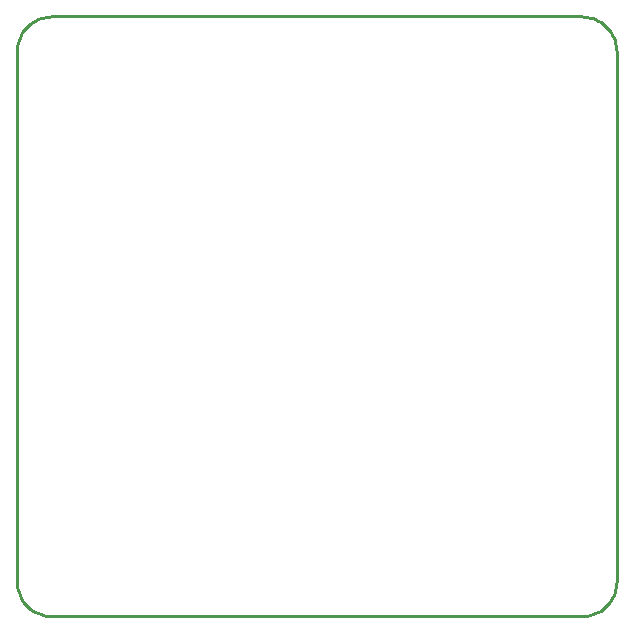
<source format=gm1>
G04*
G04 #@! TF.GenerationSoftware,Altium Limited,Altium Designer,21.6.4 (81)*
G04*
G04 Layer_Color=16711935*
%FSLAX25Y25*%
%MOIN*%
G70*
G04*
G04 #@! TF.SameCoordinates,4529F259-1C2A-4C1D-AD44-B5440C422FEC*
G04*
G04*
G04 #@! TF.FilePolarity,Positive*
G04*
G01*
G75*
%ADD63C,0.01000*%
G54D63*
X-8110Y180079D02*
X-9086Y180038D01*
X-10054Y179918D01*
X-11010Y179717D01*
X-11945Y179439D01*
X-12855Y179084D01*
X-13732Y178655D01*
X-14570Y178156D01*
X-15365Y177588D01*
X-16110Y176957D01*
X-16800Y176267D01*
X-17431Y175522D01*
X-17998Y174728D01*
X-18498Y173889D01*
X-18926Y173012D01*
X-19281Y172103D01*
X-19560Y171167D01*
X-19760Y170212D01*
X-19881Y169243D01*
X-19921Y168268D01*
Y-8110D02*
X-19881Y-9086D01*
X-19760Y-10054D01*
X-19560Y-11010D01*
X-19281Y-11945D01*
X-18926Y-12855D01*
X-18498Y-13732D01*
X-17998Y-14570D01*
X-17431Y-15365D01*
X-16800Y-16110D01*
X-16110Y-16800D01*
X-15365Y-17431D01*
X-14570Y-17998D01*
X-13732Y-18498D01*
X-12855Y-18926D01*
X-11945Y-19281D01*
X-11010Y-19560D01*
X-10054Y-19760D01*
X-9086Y-19881D01*
X-8110Y-19921D01*
X180079Y168268D02*
X180038Y169243D01*
X179918Y170212D01*
X179717Y171167D01*
X179439Y172103D01*
X179084Y173012D01*
X178655Y173889D01*
X178156Y174728D01*
X177588Y175522D01*
X176957Y176267D01*
X176267Y176957D01*
X175522Y177588D01*
X174728Y178156D01*
X173889Y178655D01*
X173012Y179084D01*
X172103Y179439D01*
X171167Y179717D01*
X170212Y179918D01*
X169243Y180038D01*
X168268Y180079D01*
Y-19921D02*
X169243Y-19881D01*
X170212Y-19760D01*
X171167Y-19560D01*
X172103Y-19281D01*
X173012Y-18926D01*
X173889Y-18498D01*
X174728Y-17998D01*
X175522Y-17431D01*
X176267Y-16800D01*
X176957Y-16110D01*
X177588Y-15365D01*
X178156Y-14570D01*
X178655Y-13732D01*
X179084Y-12855D01*
X179439Y-11945D01*
X179717Y-11010D01*
X179918Y-10054D01*
X180038Y-9086D01*
X180079Y-8110D01*
X-19921Y168268D02*
X-19921Y-8110D01*
X180079Y168268D02*
X180079Y-8110D01*
X-8110Y-19921D02*
X168268Y-19921D01*
X-8504Y180079D02*
X168268Y180079D01*
M02*

</source>
